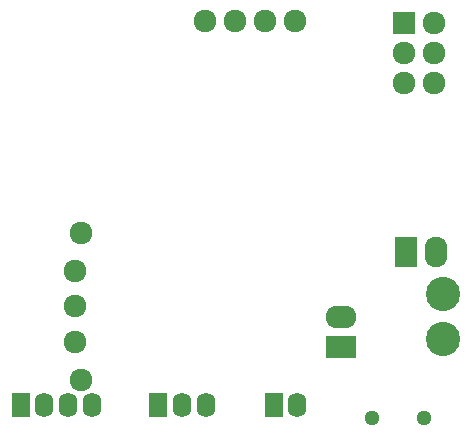
<source format=gbs>
G04 #@! TF.FileFunction,Soldermask,Bot*
%FSLAX46Y46*%
G04 Gerber Fmt 4.6, Leading zero omitted, Abs format (unit mm)*
G04 Created by KiCad (PCBNEW 0.201512031508+6343~38~ubuntu14.04.1-stable) date Do 07 Jan 2016 08:44:42 CET*
%MOMM*%
G01*
G04 APERTURE LIST*
%ADD10C,0.150000*%
%ADD11C,1.299160*%
%ADD12C,1.924000*%
%ADD13R,1.924000X1.924000*%
%ADD14C,2.899360*%
%ADD15R,1.598880X2.099260*%
%ADD16O,1.598880X2.099260*%
%ADD17R,1.924000X2.599640*%
%ADD18O,1.924000X2.599640*%
%ADD19R,2.599640X1.924000*%
%ADD20O,2.599640X1.924000*%
G04 APERTURE END LIST*
D10*
D11*
X32090360Y4406900D03*
X36489640Y4406900D03*
D12*
X25527000Y37973000D03*
X22987000Y37973000D03*
X20447000Y37973000D03*
X17907000Y37973000D03*
D13*
X34798000Y37846000D03*
D12*
X37338000Y37846000D03*
X34798000Y35306000D03*
X37338000Y35306000D03*
X34798000Y32766000D03*
X37338000Y32766000D03*
D14*
X38100000Y14859000D03*
X38100000Y11049000D03*
D15*
X2334260Y5461000D03*
D16*
X4333240Y5461000D03*
X6334760Y5461000D03*
X8333740Y5461000D03*
D15*
X14003020Y5461000D03*
D16*
X16002000Y5461000D03*
X18000980Y5461000D03*
D15*
X23764240Y5461000D03*
D16*
X25765760Y5461000D03*
D17*
X34925000Y18415000D03*
D18*
X37465000Y18415000D03*
D19*
X29464000Y10414000D03*
D20*
X29464000Y12954000D03*
D12*
X6964000Y10843000D03*
X6964000Y13843000D03*
X6964000Y16843000D03*
X7464000Y7593000D03*
X7464000Y20093000D03*
M02*

</source>
